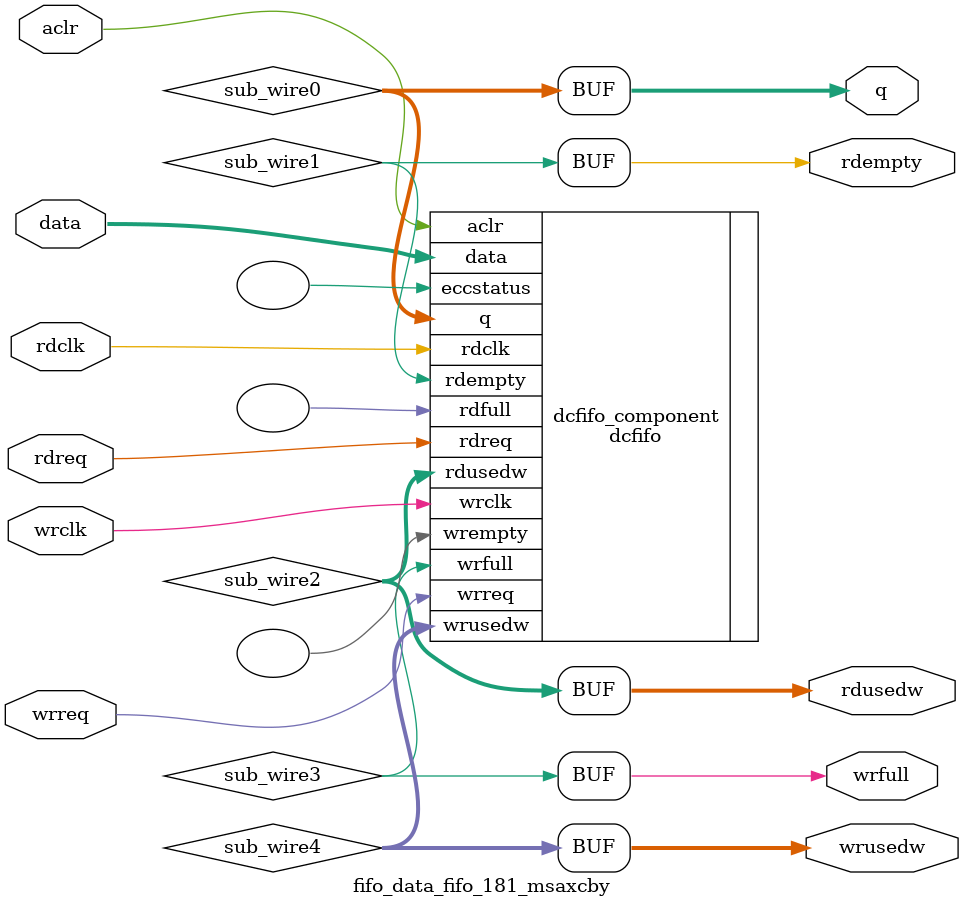
<source format=v>



`timescale 1 ps / 1 ps
// synopsys translate_on
module  fifo_data_fifo_181_msaxcby  (
    aclr,
    data,
    rdclk,
    rdreq,
    wrclk,
    wrreq,
    q,
    rdempty,
    rdusedw,
    wrfull,
    wrusedw);

    input    aclr;
    input  [787:0]  data;
    input    rdclk;
    input    rdreq;
    input    wrclk;
    input    wrreq;
    output [787:0]  q;
    output   rdempty;
    output [7:0]  rdusedw;
    output   wrfull;
    output [7:0]  wrusedw;
`ifndef ALTERA_RESERVED_QIS
// synopsys translate_off
`endif
    tri0     aclr;
`ifndef ALTERA_RESERVED_QIS
// synopsys translate_on
`endif

    wire [787:0] sub_wire0;
    wire  sub_wire1;
    wire [7:0] sub_wire2;
    wire  sub_wire3;
    wire [7:0] sub_wire4;
    wire [787:0] q = sub_wire0[787:0];
    wire  rdempty = sub_wire1;
    wire [7:0] rdusedw = sub_wire2[7:0];
    wire  wrfull = sub_wire3;
    wire [7:0] wrusedw = sub_wire4[7:0];

    dcfifo  dcfifo_component (
                .aclr (aclr),
                .data (data),
                .rdclk (rdclk),
                .rdreq (rdreq),
                .wrclk (wrclk),
                .wrreq (wrreq),
                .q (sub_wire0),
                .rdempty (sub_wire1),
                .rdusedw (sub_wire2),
                .wrfull (sub_wire3),
                .wrusedw (sub_wire4),
                .eccstatus (),
                .rdfull (),
                .wrempty ());
    defparam
        dcfifo_component.enable_ecc  = "FALSE",
        dcfifo_component.intended_device_family  = "Arria 10",
        dcfifo_component.lpm_hint  = "DISABLE_DCFIFO_EMBEDDED_TIMING_CONSTRAINT=TRUE",
        dcfifo_component.lpm_numwords  = 256,
        dcfifo_component.lpm_showahead  = "ON",
        dcfifo_component.lpm_type  = "dcfifo",
        dcfifo_component.lpm_width  = 788,
        dcfifo_component.lpm_widthu  = 8,
        dcfifo_component.overflow_checking  = "ON",
        dcfifo_component.rdsync_delaypipe  = 4,
        dcfifo_component.read_aclr_synch  = "OFF",
        dcfifo_component.underflow_checking  = "ON",
        dcfifo_component.use_eab  = "ON",
        dcfifo_component.write_aclr_synch  = "OFF",
        dcfifo_component.wrsync_delaypipe  = 4;


endmodule



</source>
